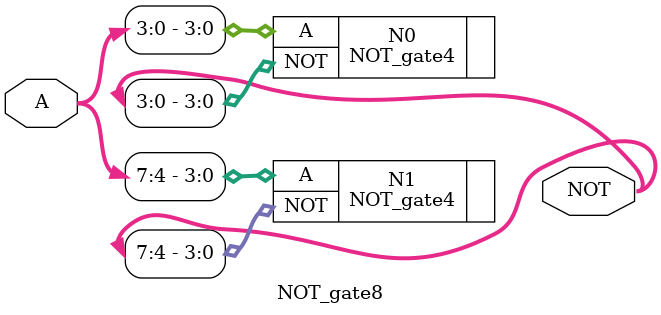
<source format=v>
`timescale 1ns / 1ps


module NOT_gate8(
input [7:0]A,
output [7:0]NOT
    );
    
    NOT_gate4 N0(.A(A[3:0]),.NOT(NOT[3:0]));
    NOT_gate4 N1(.A(A[7:4]),.NOT(NOT[7:4]));
    
endmodule

</source>
